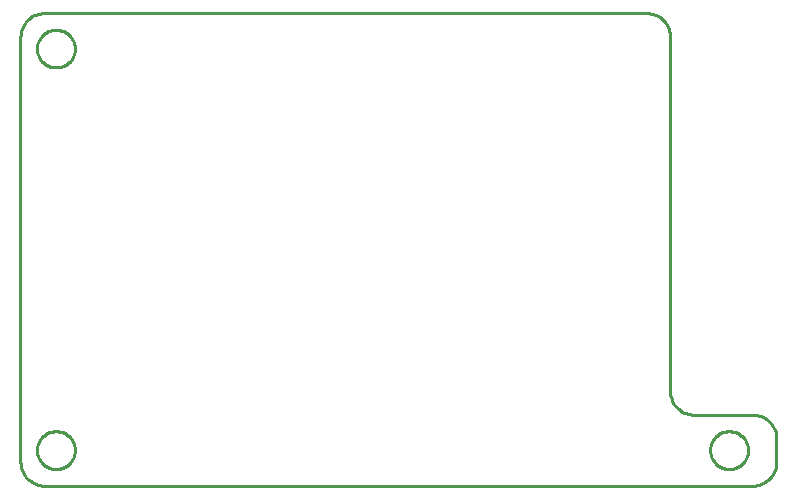
<source format=gbr>
G04 EAGLE Gerber RS-274X export*
G75*
%MOMM*%
%FSLAX34Y34*%
%LPD*%
%IN*%
%IPPOS*%
%AMOC8*
5,1,8,0,0,1.08239X$1,22.5*%
G01*
%ADD10C,0.254000*%


D10*
X0Y20000D02*
X76Y18257D01*
X304Y16527D01*
X681Y14824D01*
X1206Y13160D01*
X1874Y11548D01*
X2680Y10000D01*
X3617Y8528D01*
X4679Y7144D01*
X5858Y5858D01*
X7144Y4679D01*
X8528Y3617D01*
X10000Y2680D01*
X11548Y1874D01*
X13160Y1206D01*
X14824Y681D01*
X16527Y304D01*
X18257Y76D01*
X20000Y0D01*
X620000Y0D01*
X621743Y76D01*
X623473Y304D01*
X625176Y681D01*
X626840Y1206D01*
X628452Y1874D01*
X630000Y2680D01*
X631472Y3617D01*
X632856Y4679D01*
X634142Y5858D01*
X635321Y7144D01*
X636383Y8528D01*
X637321Y10000D01*
X638126Y11548D01*
X638794Y13160D01*
X639319Y14824D01*
X639696Y16527D01*
X639924Y18257D01*
X640000Y20000D01*
X640000Y40000D01*
X639924Y41743D01*
X639696Y43473D01*
X639319Y45176D01*
X638794Y46840D01*
X638126Y48452D01*
X637321Y50000D01*
X636383Y51472D01*
X635321Y52856D01*
X634142Y54142D01*
X632856Y55321D01*
X631472Y56383D01*
X630000Y57321D01*
X628452Y58126D01*
X626840Y58794D01*
X625176Y59319D01*
X623473Y59696D01*
X621743Y59924D01*
X620000Y60000D01*
X570000Y60000D01*
X568257Y60076D01*
X566527Y60304D01*
X564824Y60681D01*
X563160Y61206D01*
X561548Y61874D01*
X560000Y62680D01*
X558528Y63617D01*
X557144Y64679D01*
X555858Y65858D01*
X554679Y67144D01*
X553617Y68528D01*
X552680Y70000D01*
X551874Y71548D01*
X551206Y73160D01*
X550681Y74824D01*
X550304Y76527D01*
X550076Y78257D01*
X550000Y80000D01*
X550000Y380000D01*
X549924Y381743D01*
X549696Y383473D01*
X549319Y385176D01*
X548794Y386840D01*
X548126Y388452D01*
X547321Y390000D01*
X546383Y391472D01*
X545321Y392856D01*
X544142Y394142D01*
X542856Y395321D01*
X541472Y396383D01*
X540000Y397321D01*
X538452Y398126D01*
X536840Y398794D01*
X535176Y399319D01*
X533473Y399696D01*
X531743Y399924D01*
X530000Y400000D01*
X20000Y400000D01*
X18257Y399924D01*
X16527Y399696D01*
X14824Y399319D01*
X13160Y398794D01*
X11548Y398126D01*
X10000Y397321D01*
X8528Y396383D01*
X7144Y395321D01*
X5858Y394142D01*
X4679Y392856D01*
X3617Y391472D01*
X2680Y390000D01*
X1874Y388452D01*
X1206Y386840D01*
X681Y385176D01*
X304Y383473D01*
X76Y381743D01*
X0Y380000D01*
X0Y20000D01*
X46000Y29476D02*
X45932Y28431D01*
X45795Y27392D01*
X45590Y26365D01*
X45319Y25353D01*
X44983Y24361D01*
X44582Y23393D01*
X44118Y22454D01*
X43595Y21546D01*
X43013Y20675D01*
X42375Y19844D01*
X41684Y19057D01*
X40943Y18316D01*
X40156Y17625D01*
X39325Y16988D01*
X38454Y16406D01*
X37546Y15882D01*
X36607Y15418D01*
X35639Y15017D01*
X34647Y14681D01*
X33635Y14410D01*
X32608Y14205D01*
X31569Y14069D01*
X30524Y14000D01*
X29476Y14000D01*
X28431Y14069D01*
X27392Y14205D01*
X26365Y14410D01*
X25353Y14681D01*
X24361Y15017D01*
X23393Y15418D01*
X22454Y15882D01*
X21546Y16406D01*
X20675Y16988D01*
X19844Y17625D01*
X19057Y18316D01*
X18316Y19057D01*
X17625Y19844D01*
X16988Y20675D01*
X16406Y21546D01*
X15882Y22454D01*
X15418Y23393D01*
X15017Y24361D01*
X14681Y25353D01*
X14410Y26365D01*
X14205Y27392D01*
X14069Y28431D01*
X14000Y29476D01*
X14000Y30524D01*
X14069Y31569D01*
X14205Y32608D01*
X14410Y33635D01*
X14681Y34647D01*
X15017Y35639D01*
X15418Y36607D01*
X15882Y37546D01*
X16406Y38454D01*
X16988Y39325D01*
X17625Y40156D01*
X18316Y40943D01*
X19057Y41684D01*
X19844Y42375D01*
X20675Y43013D01*
X21546Y43595D01*
X22454Y44118D01*
X23393Y44582D01*
X24361Y44983D01*
X25353Y45319D01*
X26365Y45590D01*
X27392Y45795D01*
X28431Y45932D01*
X29476Y46000D01*
X30524Y46000D01*
X31569Y45932D01*
X32608Y45795D01*
X33635Y45590D01*
X34647Y45319D01*
X35639Y44983D01*
X36607Y44582D01*
X37546Y44118D01*
X38454Y43595D01*
X39325Y43013D01*
X40156Y42375D01*
X40943Y41684D01*
X41684Y40943D01*
X42375Y40156D01*
X43013Y39325D01*
X43595Y38454D01*
X44118Y37546D01*
X44582Y36607D01*
X44983Y35639D01*
X45319Y34647D01*
X45590Y33635D01*
X45795Y32608D01*
X45932Y31569D01*
X46000Y30524D01*
X46000Y29476D01*
X46000Y369476D02*
X45932Y368431D01*
X45795Y367392D01*
X45590Y366365D01*
X45319Y365353D01*
X44983Y364361D01*
X44582Y363393D01*
X44118Y362454D01*
X43595Y361546D01*
X43013Y360675D01*
X42375Y359844D01*
X41684Y359057D01*
X40943Y358316D01*
X40156Y357625D01*
X39325Y356988D01*
X38454Y356406D01*
X37546Y355882D01*
X36607Y355418D01*
X35639Y355017D01*
X34647Y354681D01*
X33635Y354410D01*
X32608Y354205D01*
X31569Y354069D01*
X30524Y354000D01*
X29476Y354000D01*
X28431Y354069D01*
X27392Y354205D01*
X26365Y354410D01*
X25353Y354681D01*
X24361Y355017D01*
X23393Y355418D01*
X22454Y355882D01*
X21546Y356406D01*
X20675Y356988D01*
X19844Y357625D01*
X19057Y358316D01*
X18316Y359057D01*
X17625Y359844D01*
X16988Y360675D01*
X16406Y361546D01*
X15882Y362454D01*
X15418Y363393D01*
X15017Y364361D01*
X14681Y365353D01*
X14410Y366365D01*
X14205Y367392D01*
X14069Y368431D01*
X14000Y369476D01*
X14000Y370524D01*
X14069Y371569D01*
X14205Y372608D01*
X14410Y373635D01*
X14681Y374647D01*
X15017Y375639D01*
X15418Y376607D01*
X15882Y377546D01*
X16406Y378454D01*
X16988Y379325D01*
X17625Y380156D01*
X18316Y380943D01*
X19057Y381684D01*
X19844Y382375D01*
X20675Y383013D01*
X21546Y383595D01*
X22454Y384118D01*
X23393Y384582D01*
X24361Y384983D01*
X25353Y385319D01*
X26365Y385590D01*
X27392Y385795D01*
X28431Y385932D01*
X29476Y386000D01*
X30524Y386000D01*
X31569Y385932D01*
X32608Y385795D01*
X33635Y385590D01*
X34647Y385319D01*
X35639Y384983D01*
X36607Y384582D01*
X37546Y384118D01*
X38454Y383595D01*
X39325Y383013D01*
X40156Y382375D01*
X40943Y381684D01*
X41684Y380943D01*
X42375Y380156D01*
X43013Y379325D01*
X43595Y378454D01*
X44118Y377546D01*
X44582Y376607D01*
X44983Y375639D01*
X45319Y374647D01*
X45590Y373635D01*
X45795Y372608D01*
X45932Y371569D01*
X46000Y370524D01*
X46000Y369476D01*
X616000Y29476D02*
X615932Y28431D01*
X615795Y27392D01*
X615590Y26365D01*
X615319Y25353D01*
X614983Y24361D01*
X614582Y23393D01*
X614118Y22454D01*
X613595Y21546D01*
X613013Y20675D01*
X612375Y19844D01*
X611684Y19057D01*
X610943Y18316D01*
X610156Y17625D01*
X609325Y16988D01*
X608454Y16406D01*
X607546Y15882D01*
X606607Y15418D01*
X605639Y15017D01*
X604647Y14681D01*
X603635Y14410D01*
X602608Y14205D01*
X601569Y14069D01*
X600524Y14000D01*
X599476Y14000D01*
X598431Y14069D01*
X597392Y14205D01*
X596365Y14410D01*
X595353Y14681D01*
X594361Y15017D01*
X593393Y15418D01*
X592454Y15882D01*
X591546Y16406D01*
X590675Y16988D01*
X589844Y17625D01*
X589057Y18316D01*
X588316Y19057D01*
X587625Y19844D01*
X586988Y20675D01*
X586406Y21546D01*
X585882Y22454D01*
X585418Y23393D01*
X585017Y24361D01*
X584681Y25353D01*
X584410Y26365D01*
X584205Y27392D01*
X584069Y28431D01*
X584000Y29476D01*
X584000Y30524D01*
X584069Y31569D01*
X584205Y32608D01*
X584410Y33635D01*
X584681Y34647D01*
X585017Y35639D01*
X585418Y36607D01*
X585882Y37546D01*
X586406Y38454D01*
X586988Y39325D01*
X587625Y40156D01*
X588316Y40943D01*
X589057Y41684D01*
X589844Y42375D01*
X590675Y43013D01*
X591546Y43595D01*
X592454Y44118D01*
X593393Y44582D01*
X594361Y44983D01*
X595353Y45319D01*
X596365Y45590D01*
X597392Y45795D01*
X598431Y45932D01*
X599476Y46000D01*
X600524Y46000D01*
X601569Y45932D01*
X602608Y45795D01*
X603635Y45590D01*
X604647Y45319D01*
X605639Y44983D01*
X606607Y44582D01*
X607546Y44118D01*
X608454Y43595D01*
X609325Y43013D01*
X610156Y42375D01*
X610943Y41684D01*
X611684Y40943D01*
X612375Y40156D01*
X613013Y39325D01*
X613595Y38454D01*
X614118Y37546D01*
X614582Y36607D01*
X614983Y35639D01*
X615319Y34647D01*
X615590Y33635D01*
X615795Y32608D01*
X615932Y31569D01*
X616000Y30524D01*
X616000Y29476D01*
M02*

</source>
